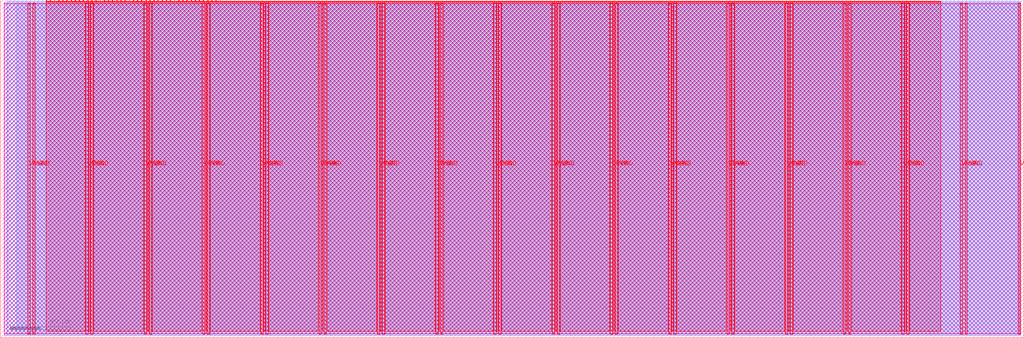
<source format=lef>
VERSION 5.7 ;
  NOWIREEXTENSIONATPIN ON ;
  DIVIDERCHAR "/" ;
  BUSBITCHARS "[]" ;
MACRO tt_um_femto
  CLASS BLOCK ;
  FOREIGN tt_um_femto ;
  ORIGIN 0.000 0.000 ;
  SIZE 682.640 BY 225.760 ;
  PIN VGND
    DIRECTION INOUT ;
    USE GROUND ;
    PORT
      LAYER met4 ;
        RECT 21.580 2.480 23.180 223.280 ;
    END
    PORT
      LAYER met4 ;
        RECT 60.450 2.480 62.050 223.280 ;
    END
    PORT
      LAYER met4 ;
        RECT 99.320 2.480 100.920 223.280 ;
    END
    PORT
      LAYER met4 ;
        RECT 138.190 2.480 139.790 223.280 ;
    END
    PORT
      LAYER met4 ;
        RECT 177.060 2.480 178.660 223.280 ;
    END
    PORT
      LAYER met4 ;
        RECT 215.930 2.480 217.530 223.280 ;
    END
    PORT
      LAYER met4 ;
        RECT 254.800 2.480 256.400 223.280 ;
    END
    PORT
      LAYER met4 ;
        RECT 293.670 2.480 295.270 223.280 ;
    END
    PORT
      LAYER met4 ;
        RECT 332.540 2.480 334.140 223.280 ;
    END
    PORT
      LAYER met4 ;
        RECT 371.410 2.480 373.010 223.280 ;
    END
    PORT
      LAYER met4 ;
        RECT 410.280 2.480 411.880 223.280 ;
    END
    PORT
      LAYER met4 ;
        RECT 449.150 2.480 450.750 223.280 ;
    END
    PORT
      LAYER met4 ;
        RECT 488.020 2.480 489.620 223.280 ;
    END
    PORT
      LAYER met4 ;
        RECT 526.890 2.480 528.490 223.280 ;
    END
    PORT
      LAYER met4 ;
        RECT 565.760 2.480 567.360 223.280 ;
    END
    PORT
      LAYER met4 ;
        RECT 604.630 2.480 606.230 223.280 ;
    END
    PORT
      LAYER met4 ;
        RECT 643.500 2.480 645.100 223.280 ;
    END
  END VGND
  PIN VPWR
    DIRECTION INOUT ;
    USE POWER ;
    PORT
      LAYER met4 ;
        RECT 18.280 2.480 19.880 223.280 ;
    END
    PORT
      LAYER met4 ;
        RECT 57.150 2.480 58.750 223.280 ;
    END
    PORT
      LAYER met4 ;
        RECT 96.020 2.480 97.620 223.280 ;
    END
    PORT
      LAYER met4 ;
        RECT 134.890 2.480 136.490 223.280 ;
    END
    PORT
      LAYER met4 ;
        RECT 173.760 2.480 175.360 223.280 ;
    END
    PORT
      LAYER met4 ;
        RECT 212.630 2.480 214.230 223.280 ;
    END
    PORT
      LAYER met4 ;
        RECT 251.500 2.480 253.100 223.280 ;
    END
    PORT
      LAYER met4 ;
        RECT 290.370 2.480 291.970 223.280 ;
    END
    PORT
      LAYER met4 ;
        RECT 329.240 2.480 330.840 223.280 ;
    END
    PORT
      LAYER met4 ;
        RECT 368.110 2.480 369.710 223.280 ;
    END
    PORT
      LAYER met4 ;
        RECT 406.980 2.480 408.580 223.280 ;
    END
    PORT
      LAYER met4 ;
        RECT 445.850 2.480 447.450 223.280 ;
    END
    PORT
      LAYER met4 ;
        RECT 484.720 2.480 486.320 223.280 ;
    END
    PORT
      LAYER met4 ;
        RECT 523.590 2.480 525.190 223.280 ;
    END
    PORT
      LAYER met4 ;
        RECT 562.460 2.480 564.060 223.280 ;
    END
    PORT
      LAYER met4 ;
        RECT 601.330 2.480 602.930 223.280 ;
    END
    PORT
      LAYER met4 ;
        RECT 640.200 2.480 641.800 223.280 ;
    END
    PORT
      LAYER met4 ;
        RECT 679.070 2.480 680.670 223.280 ;
    END
  END VPWR
  PIN clk
    DIRECTION INPUT ;
    USE SIGNAL ;
    ANTENNAGATEAREA 0.852000 ;
    PORT
      LAYER met4 ;
        RECT 143.830 224.760 144.130 225.760 ;
    END
  END clk
  PIN ena
    DIRECTION INPUT ;
    USE SIGNAL ;
    PORT
      LAYER met4 ;
        RECT 146.590 224.760 146.890 225.760 ;
    END
  END ena
  PIN rst_n
    DIRECTION INPUT ;
    USE SIGNAL ;
    ANTENNAGATEAREA 0.196500 ;
    PORT
      LAYER met4 ;
        RECT 141.070 224.760 141.370 225.760 ;
    END
  END rst_n
  PIN ui_in[0]
    DIRECTION INPUT ;
    USE SIGNAL ;
    ANTENNAGATEAREA 0.196500 ;
    PORT
      LAYER met4 ;
        RECT 138.310 224.760 138.610 225.760 ;
    END
  END ui_in[0]
  PIN ui_in[1]
    DIRECTION INPUT ;
    USE SIGNAL ;
    ANTENNAGATEAREA 0.196500 ;
    PORT
      LAYER met4 ;
        RECT 135.550 224.760 135.850 225.760 ;
    END
  END ui_in[1]
  PIN ui_in[2]
    DIRECTION INPUT ;
    USE SIGNAL ;
    ANTENNAGATEAREA 0.196500 ;
    PORT
      LAYER met4 ;
        RECT 132.790 224.760 133.090 225.760 ;
    END
  END ui_in[2]
  PIN ui_in[3]
    DIRECTION INPUT ;
    USE SIGNAL ;
    PORT
      LAYER met4 ;
        RECT 130.030 224.760 130.330 225.760 ;
    END
  END ui_in[3]
  PIN ui_in[4]
    DIRECTION INPUT ;
    USE SIGNAL ;
    PORT
      LAYER met4 ;
        RECT 127.270 224.760 127.570 225.760 ;
    END
  END ui_in[4]
  PIN ui_in[5]
    DIRECTION INPUT ;
    USE SIGNAL ;
    PORT
      LAYER met4 ;
        RECT 124.510 224.760 124.810 225.760 ;
    END
  END ui_in[5]
  PIN ui_in[6]
    DIRECTION INPUT ;
    USE SIGNAL ;
    PORT
      LAYER met4 ;
        RECT 121.750 224.760 122.050 225.760 ;
    END
  END ui_in[6]
  PIN ui_in[7]
    DIRECTION INPUT ;
    USE SIGNAL ;
    PORT
      LAYER met4 ;
        RECT 118.990 224.760 119.290 225.760 ;
    END
  END ui_in[7]
  PIN uio_in[0]
    DIRECTION INPUT ;
    USE SIGNAL ;
    PORT
      LAYER met4 ;
        RECT 116.230 224.760 116.530 225.760 ;
    END
  END uio_in[0]
  PIN uio_in[1]
    DIRECTION INPUT ;
    USE SIGNAL ;
    PORT
      LAYER met4 ;
        RECT 113.470 224.760 113.770 225.760 ;
    END
  END uio_in[1]
  PIN uio_in[2]
    DIRECTION INPUT ;
    USE SIGNAL ;
    PORT
      LAYER met4 ;
        RECT 110.710 224.760 111.010 225.760 ;
    END
  END uio_in[2]
  PIN uio_in[3]
    DIRECTION INPUT ;
    USE SIGNAL ;
    PORT
      LAYER met4 ;
        RECT 107.950 224.760 108.250 225.760 ;
    END
  END uio_in[3]
  PIN uio_in[4]
    DIRECTION INPUT ;
    USE SIGNAL ;
    PORT
      LAYER met4 ;
        RECT 105.190 224.760 105.490 225.760 ;
    END
  END uio_in[4]
  PIN uio_in[5]
    DIRECTION INPUT ;
    USE SIGNAL ;
    PORT
      LAYER met4 ;
        RECT 102.430 224.760 102.730 225.760 ;
    END
  END uio_in[5]
  PIN uio_in[6]
    DIRECTION INPUT ;
    USE SIGNAL ;
    PORT
      LAYER met4 ;
        RECT 99.670 224.760 99.970 225.760 ;
    END
  END uio_in[6]
  PIN uio_in[7]
    DIRECTION INPUT ;
    USE SIGNAL ;
    PORT
      LAYER met4 ;
        RECT 96.910 224.760 97.210 225.760 ;
    END
  END uio_in[7]
  PIN uio_oe[0]
    DIRECTION OUTPUT ;
    USE SIGNAL ;
    PORT
      LAYER met4 ;
        RECT 49.990 224.760 50.290 225.760 ;
    END
  END uio_oe[0]
  PIN uio_oe[1]
    DIRECTION OUTPUT ;
    USE SIGNAL ;
    PORT
      LAYER met4 ;
        RECT 47.230 224.760 47.530 225.760 ;
    END
  END uio_oe[1]
  PIN uio_oe[2]
    DIRECTION OUTPUT ;
    USE SIGNAL ;
    PORT
      LAYER met4 ;
        RECT 44.470 224.760 44.770 225.760 ;
    END
  END uio_oe[2]
  PIN uio_oe[3]
    DIRECTION OUTPUT ;
    USE SIGNAL ;
    PORT
      LAYER met4 ;
        RECT 41.710 224.760 42.010 225.760 ;
    END
  END uio_oe[3]
  PIN uio_oe[4]
    DIRECTION OUTPUT ;
    USE SIGNAL ;
    PORT
      LAYER met4 ;
        RECT 38.950 224.760 39.250 225.760 ;
    END
  END uio_oe[4]
  PIN uio_oe[5]
    DIRECTION OUTPUT ;
    USE SIGNAL ;
    PORT
      LAYER met4 ;
        RECT 36.190 224.760 36.490 225.760 ;
    END
  END uio_oe[5]
  PIN uio_oe[6]
    DIRECTION OUTPUT ;
    USE SIGNAL ;
    PORT
      LAYER met4 ;
        RECT 33.430 224.760 33.730 225.760 ;
    END
  END uio_oe[6]
  PIN uio_oe[7]
    DIRECTION OUTPUT ;
    USE SIGNAL ;
    PORT
      LAYER met4 ;
        RECT 30.670 224.760 30.970 225.760 ;
    END
  END uio_oe[7]
  PIN uio_out[0]
    DIRECTION OUTPUT ;
    USE SIGNAL ;
    PORT
      LAYER met4 ;
        RECT 72.070 224.760 72.370 225.760 ;
    END
  END uio_out[0]
  PIN uio_out[1]
    DIRECTION OUTPUT ;
    USE SIGNAL ;
    PORT
      LAYER met4 ;
        RECT 69.310 224.760 69.610 225.760 ;
    END
  END uio_out[1]
  PIN uio_out[2]
    DIRECTION OUTPUT ;
    USE SIGNAL ;
    PORT
      LAYER met4 ;
        RECT 66.550 224.760 66.850 225.760 ;
    END
  END uio_out[2]
  PIN uio_out[3]
    DIRECTION OUTPUT ;
    USE SIGNAL ;
    PORT
      LAYER met4 ;
        RECT 63.790 224.760 64.090 225.760 ;
    END
  END uio_out[3]
  PIN uio_out[4]
    DIRECTION OUTPUT ;
    USE SIGNAL ;
    PORT
      LAYER met4 ;
        RECT 61.030 224.760 61.330 225.760 ;
    END
  END uio_out[4]
  PIN uio_out[5]
    DIRECTION OUTPUT ;
    USE SIGNAL ;
    PORT
      LAYER met4 ;
        RECT 58.270 224.760 58.570 225.760 ;
    END
  END uio_out[5]
  PIN uio_out[6]
    DIRECTION OUTPUT ;
    USE SIGNAL ;
    PORT
      LAYER met4 ;
        RECT 55.510 224.760 55.810 225.760 ;
    END
  END uio_out[6]
  PIN uio_out[7]
    DIRECTION OUTPUT ;
    USE SIGNAL ;
    PORT
      LAYER met4 ;
        RECT 52.750 224.760 53.050 225.760 ;
    END
  END uio_out[7]
  PIN uo_out[0]
    DIRECTION OUTPUT ;
    USE SIGNAL ;
    ANTENNADIFFAREA 0.891000 ;
    PORT
      LAYER met4 ;
        RECT 94.150 224.760 94.450 225.760 ;
    END
  END uo_out[0]
  PIN uo_out[1]
    DIRECTION OUTPUT ;
    USE SIGNAL ;
    ANTENNADIFFAREA 0.445500 ;
    PORT
      LAYER met4 ;
        RECT 91.390 224.760 91.690 225.760 ;
    END
  END uo_out[1]
  PIN uo_out[2]
    DIRECTION OUTPUT ;
    USE SIGNAL ;
    ANTENNADIFFAREA 0.445500 ;
    PORT
      LAYER met4 ;
        RECT 88.630 224.760 88.930 225.760 ;
    END
  END uo_out[2]
  PIN uo_out[3]
    DIRECTION OUTPUT ;
    USE SIGNAL ;
    ANTENNADIFFAREA 0.445500 ;
    PORT
      LAYER met4 ;
        RECT 85.870 224.760 86.170 225.760 ;
    END
  END uo_out[3]
  PIN uo_out[4]
    DIRECTION OUTPUT ;
    USE SIGNAL ;
    ANTENNADIFFAREA 0.795200 ;
    PORT
      LAYER met4 ;
        RECT 83.110 224.760 83.410 225.760 ;
    END
  END uo_out[4]
  PIN uo_out[5]
    DIRECTION OUTPUT ;
    USE SIGNAL ;
    ANTENNADIFFAREA 0.795200 ;
    PORT
      LAYER met4 ;
        RECT 80.350 224.760 80.650 225.760 ;
    END
  END uo_out[5]
  PIN uo_out[6]
    DIRECTION OUTPUT ;
    USE SIGNAL ;
    ANTENNADIFFAREA 0.795200 ;
    PORT
      LAYER met4 ;
        RECT 77.590 224.760 77.890 225.760 ;
    END
  END uo_out[6]
  PIN uo_out[7]
    DIRECTION OUTPUT ;
    USE SIGNAL ;
    ANTENNADIFFAREA 0.795200 ;
    PORT
      LAYER met4 ;
        RECT 74.830 224.760 75.130 225.760 ;
    END
  END uo_out[7]
  OBS
      LAYER nwell ;
        RECT 2.570 2.635 680.070 223.230 ;
      LAYER li1 ;
        RECT 2.760 2.635 679.880 223.125 ;
      LAYER met1 ;
        RECT 2.760 1.740 680.670 223.680 ;
      LAYER met2 ;
        RECT 4.700 1.710 680.640 224.925 ;
      LAYER met3 ;
        RECT 11.105 2.555 680.660 224.905 ;
      LAYER met4 ;
        RECT 31.370 224.360 33.030 224.905 ;
        RECT 34.130 224.360 35.790 224.905 ;
        RECT 36.890 224.360 38.550 224.905 ;
        RECT 39.650 224.360 41.310 224.905 ;
        RECT 42.410 224.360 44.070 224.905 ;
        RECT 45.170 224.360 46.830 224.905 ;
        RECT 47.930 224.360 49.590 224.905 ;
        RECT 50.690 224.360 52.350 224.905 ;
        RECT 53.450 224.360 55.110 224.905 ;
        RECT 56.210 224.360 57.870 224.905 ;
        RECT 58.970 224.360 60.630 224.905 ;
        RECT 61.730 224.360 63.390 224.905 ;
        RECT 64.490 224.360 66.150 224.905 ;
        RECT 67.250 224.360 68.910 224.905 ;
        RECT 70.010 224.360 71.670 224.905 ;
        RECT 72.770 224.360 74.430 224.905 ;
        RECT 75.530 224.360 77.190 224.905 ;
        RECT 78.290 224.360 79.950 224.905 ;
        RECT 81.050 224.360 82.710 224.905 ;
        RECT 83.810 224.360 85.470 224.905 ;
        RECT 86.570 224.360 88.230 224.905 ;
        RECT 89.330 224.360 90.990 224.905 ;
        RECT 92.090 224.360 93.750 224.905 ;
        RECT 94.850 224.360 96.510 224.905 ;
        RECT 97.610 224.360 99.270 224.905 ;
        RECT 100.370 224.360 102.030 224.905 ;
        RECT 103.130 224.360 104.790 224.905 ;
        RECT 105.890 224.360 107.550 224.905 ;
        RECT 108.650 224.360 110.310 224.905 ;
        RECT 111.410 224.360 113.070 224.905 ;
        RECT 114.170 224.360 115.830 224.905 ;
        RECT 116.930 224.360 118.590 224.905 ;
        RECT 119.690 224.360 121.350 224.905 ;
        RECT 122.450 224.360 124.110 224.905 ;
        RECT 125.210 224.360 126.870 224.905 ;
        RECT 127.970 224.360 129.630 224.905 ;
        RECT 130.730 224.360 132.390 224.905 ;
        RECT 133.490 224.360 135.150 224.905 ;
        RECT 136.250 224.360 137.910 224.905 ;
        RECT 139.010 224.360 140.670 224.905 ;
        RECT 141.770 224.360 143.430 224.905 ;
        RECT 144.530 224.360 146.190 224.905 ;
        RECT 147.290 224.360 627.145 224.905 ;
        RECT 30.655 223.680 627.145 224.360 ;
        RECT 30.655 4.255 56.750 223.680 ;
        RECT 59.150 4.255 60.050 223.680 ;
        RECT 62.450 4.255 95.620 223.680 ;
        RECT 98.020 4.255 98.920 223.680 ;
        RECT 101.320 4.255 134.490 223.680 ;
        RECT 136.890 4.255 137.790 223.680 ;
        RECT 140.190 4.255 173.360 223.680 ;
        RECT 175.760 4.255 176.660 223.680 ;
        RECT 179.060 4.255 212.230 223.680 ;
        RECT 214.630 4.255 215.530 223.680 ;
        RECT 217.930 4.255 251.100 223.680 ;
        RECT 253.500 4.255 254.400 223.680 ;
        RECT 256.800 4.255 289.970 223.680 ;
        RECT 292.370 4.255 293.270 223.680 ;
        RECT 295.670 4.255 328.840 223.680 ;
        RECT 331.240 4.255 332.140 223.680 ;
        RECT 334.540 4.255 367.710 223.680 ;
        RECT 370.110 4.255 371.010 223.680 ;
        RECT 373.410 4.255 406.580 223.680 ;
        RECT 408.980 4.255 409.880 223.680 ;
        RECT 412.280 4.255 445.450 223.680 ;
        RECT 447.850 4.255 448.750 223.680 ;
        RECT 451.150 4.255 484.320 223.680 ;
        RECT 486.720 4.255 487.620 223.680 ;
        RECT 490.020 4.255 523.190 223.680 ;
        RECT 525.590 4.255 526.490 223.680 ;
        RECT 528.890 4.255 562.060 223.680 ;
        RECT 564.460 4.255 565.360 223.680 ;
        RECT 567.760 4.255 600.930 223.680 ;
        RECT 603.330 4.255 604.230 223.680 ;
        RECT 606.630 4.255 627.145 223.680 ;
  END
END tt_um_femto
END LIBRARY


</source>
